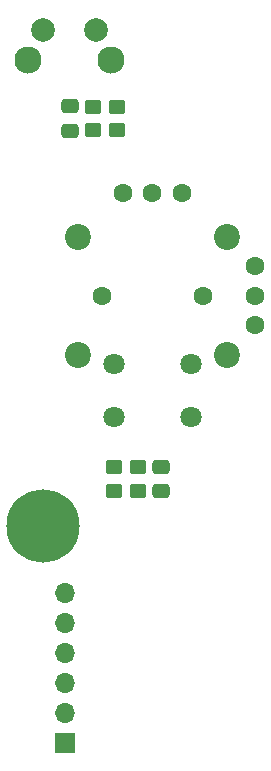
<source format=gbr>
%TF.GenerationSoftware,KiCad,Pcbnew,(7.0.0)*%
%TF.CreationDate,2023-04-10T20:49:18+02:00*%
%TF.ProjectId,STM32 Talnet console,53544d33-3220-4546-916c-6e657420636f,rev?*%
%TF.SameCoordinates,Original*%
%TF.FileFunction,Soldermask,Top*%
%TF.FilePolarity,Negative*%
%FSLAX46Y46*%
G04 Gerber Fmt 4.6, Leading zero omitted, Abs format (unit mm)*
G04 Created by KiCad (PCBNEW (7.0.0)) date 2023-04-10 20:49:18*
%MOMM*%
%LPD*%
G01*
G04 APERTURE LIST*
G04 Aperture macros list*
%AMRoundRect*
0 Rectangle with rounded corners*
0 $1 Rounding radius*
0 $2 $3 $4 $5 $6 $7 $8 $9 X,Y pos of 4 corners*
0 Add a 4 corners polygon primitive as box body*
4,1,4,$2,$3,$4,$5,$6,$7,$8,$9,$2,$3,0*
0 Add four circle primitives for the rounded corners*
1,1,$1+$1,$2,$3*
1,1,$1+$1,$4,$5*
1,1,$1+$1,$6,$7*
1,1,$1+$1,$8,$9*
0 Add four rect primitives between the rounded corners*
20,1,$1+$1,$2,$3,$4,$5,0*
20,1,$1+$1,$4,$5,$6,$7,0*
20,1,$1+$1,$6,$7,$8,$9,0*
20,1,$1+$1,$8,$9,$2,$3,0*%
G04 Aperture macros list end*
%ADD10C,2.300000*%
%ADD11C,2.000000*%
%ADD12RoundRect,0.250000X0.475000X-0.337500X0.475000X0.337500X-0.475000X0.337500X-0.475000X-0.337500X0*%
%ADD13R,1.700000X1.700000*%
%ADD14O,1.700000X1.700000*%
%ADD15C,1.600000*%
%ADD16C,2.200000*%
%ADD17C,1.800000*%
%ADD18C,6.200000*%
%ADD19RoundRect,0.250000X0.450000X-0.350000X0.450000X0.350000X-0.450000X0.350000X-0.450000X-0.350000X0*%
G04 APERTURE END LIST*
D10*
%TO.C,SW8*%
X98192900Y-73207100D03*
X105192900Y-73207100D03*
D11*
X99442900Y-70707100D03*
X103942900Y-70707100D03*
%TD*%
D12*
%TO.C,C19*%
X101692900Y-79244600D03*
X101692900Y-77169600D03*
%TD*%
D13*
%TO.C,J5*%
X101292899Y-131032099D03*
D14*
X101292899Y-128492099D03*
X101292899Y-125952099D03*
X101292899Y-123412099D03*
X101292899Y-120872099D03*
X101292899Y-118332099D03*
%TD*%
D15*
%TO.C,P1*%
X104392900Y-93207100D03*
X112992900Y-93207100D03*
X106192900Y-84477100D03*
X108692900Y-84477100D03*
X111192900Y-84477100D03*
X117422900Y-90707100D03*
X117422900Y-93207100D03*
X117422900Y-95707100D03*
D16*
X102367900Y-88207100D03*
X102367900Y-98207100D03*
X115017900Y-88207100D03*
X115017900Y-98207100D03*
D17*
X105442900Y-99007100D03*
X105442900Y-103507100D03*
X111942900Y-99007100D03*
X111942900Y-103507100D03*
%TD*%
D18*
%TO.C,H6*%
X99442900Y-112707100D03*
%TD*%
D19*
%TO.C,R17*%
X107442900Y-109707100D03*
X107442900Y-107707100D03*
%TD*%
%TO.C,R15*%
X105442900Y-109707098D03*
X105442900Y-107707098D03*
%TD*%
%TO.C,R18*%
X103692900Y-79207100D03*
X103692900Y-77207100D03*
%TD*%
%TO.C,R16*%
X105692900Y-79207100D03*
X105692900Y-77207100D03*
%TD*%
D12*
%TO.C,C18*%
X109442900Y-107669600D03*
X109442900Y-109744600D03*
%TD*%
M02*

</source>
